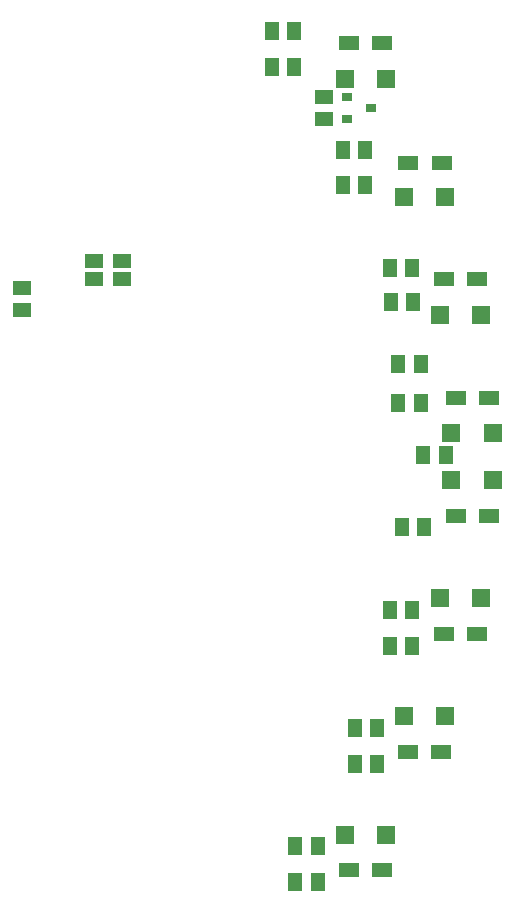
<source format=gbr>
G04 EAGLE Gerber RS-274X export*
G75*
%MOMM*%
%FSLAX34Y34*%
%LPD*%
%INSolderpaste Bottom*%
%IPPOS*%
%AMOC8*
5,1,8,0,0,1.08239X$1,22.5*%
G01*
%ADD10R,1.500000X1.500000*%
%ADD11R,1.300000X1.600000*%
%ADD12R,0.900000X0.800000*%
%ADD13R,1.600000X1.300000*%
%ADD14R,1.700000X1.250000*%
%ADD15R,1.600200X1.168400*%


D10*
X607500Y720000D03*
X572500Y720000D03*
D11*
X529500Y730000D03*
X510500Y730000D03*
D10*
X657500Y620000D03*
X622500Y620000D03*
D11*
X589500Y630000D03*
X570500Y630000D03*
D10*
X687500Y520000D03*
X652500Y520000D03*
D11*
X630036Y530704D03*
X611036Y530704D03*
D10*
X697500Y420000D03*
X662500Y420000D03*
D11*
X636452Y445240D03*
X617452Y445240D03*
D10*
X697500Y380000D03*
X662500Y380000D03*
D11*
X657788Y401336D03*
X638788Y401336D03*
D10*
X687500Y280000D03*
X652500Y280000D03*
D11*
X629500Y270000D03*
X610500Y270000D03*
D10*
X657500Y180000D03*
X622500Y180000D03*
D11*
X599500Y170000D03*
X580500Y170000D03*
D10*
X607500Y80000D03*
X572500Y80000D03*
D11*
X549500Y70000D03*
X530500Y70000D03*
X529500Y760000D03*
X510500Y760000D03*
X589500Y660000D03*
X570500Y660000D03*
X629500Y560000D03*
X610500Y560000D03*
X636452Y478288D03*
X617452Y478288D03*
X639500Y340000D03*
X620500Y340000D03*
X629500Y240000D03*
X610500Y240000D03*
X599500Y140000D03*
X580500Y140000D03*
X549500Y40000D03*
X530500Y40000D03*
D12*
X573800Y685796D03*
X573800Y704796D03*
X594800Y695296D03*
D13*
X554244Y704796D03*
X554244Y685796D03*
D14*
X576000Y750000D03*
X604000Y750000D03*
X626160Y648448D03*
X654160Y648448D03*
X656000Y550000D03*
X684000Y550000D03*
X666000Y450000D03*
X694000Y450000D03*
X666000Y350000D03*
X694000Y350000D03*
X656000Y250000D03*
X684000Y250000D03*
X626000Y150000D03*
X654000Y150000D03*
X576000Y50000D03*
X604000Y50000D03*
D15*
X384048Y565404D03*
X384048Y550164D03*
X359664Y565404D03*
X359664Y550164D03*
D13*
X298704Y542900D03*
X298704Y523900D03*
M02*

</source>
